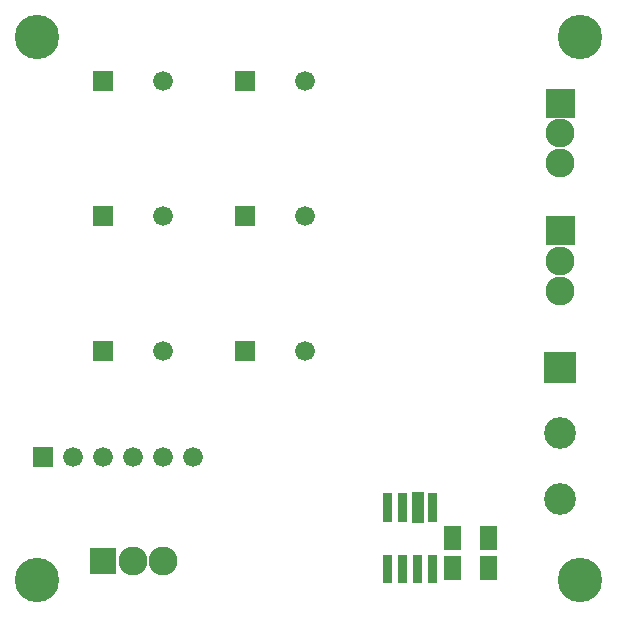
<source format=gbr>
G04 start of page 5 for group -4063 idx -4063 *
G04 Title: Motor regeling, componentmask *
G04 Creator: pcb 20110918 *
G04 CreationDate: Wed 01 Jan 2014 11:15:16 PM GMT UTC *
G04 For: thba *
G04 Format: Gerber/RS-274X *
G04 PCB-Dimensions: 197000 197000 *
G04 PCB-Coordinate-Origin: lower left *
%MOIN*%
%FSLAX25Y25*%
%LNTOPMASK*%
%ADD58R,0.0400X0.0400*%
%ADD57R,0.0300X0.0300*%
%ADD56R,0.0572X0.0572*%
%ADD55C,0.1479*%
%ADD54C,0.0660*%
%ADD53C,0.1060*%
%ADD52C,0.0960*%
%ADD51C,0.0001*%
G54D51*G36*
X177700Y129300D02*Y119700D01*
X187300D01*
Y129300D01*
X177700D01*
G37*
G36*
Y171800D02*Y162200D01*
X187300D01*
Y171800D01*
X177700D01*
G37*
G54D52*X182500Y157000D03*
Y147000D03*
Y114500D03*
Y104500D03*
G54D51*G36*
X177200Y84200D02*Y73600D01*
X187800D01*
Y84200D01*
X177200D01*
G37*
G54D53*X182500Y57000D03*
Y35100D03*
G54D51*G36*
X26700Y177800D02*Y171200D01*
X33300D01*
Y177800D01*
X26700D01*
G37*
G36*
Y132800D02*Y126200D01*
X33300D01*
Y132800D01*
X26700D01*
G37*
G54D54*X50000Y174500D03*
G54D51*G36*
X74200Y132800D02*Y126200D01*
X80800D01*
Y132800D01*
X74200D01*
G37*
G54D54*X50000Y129500D03*
X97500D03*
G54D51*G36*
X74200Y177800D02*Y171200D01*
X80800D01*
Y177800D01*
X74200D01*
G37*
G54D54*X97500Y174500D03*
G54D51*G36*
X74200Y87800D02*Y81200D01*
X80800D01*
Y87800D01*
X74200D01*
G37*
G54D54*X97500Y84500D03*
X50000D03*
G54D51*G36*
X26700Y87800D02*Y81200D01*
X33300D01*
Y87800D01*
X26700D01*
G37*
G36*
X25700Y18800D02*Y10200D01*
X34300D01*
Y18800D01*
X25700D01*
G37*
G54D52*X40000Y14500D03*
X50000D03*
G54D51*G36*
X6700Y52300D02*Y45700D01*
X13300D01*
Y52300D01*
X6700D01*
G37*
G54D54*X20000Y49000D03*
X30000D03*
X40000D03*
X50000D03*
X60000D03*
G54D55*X8000Y8000D03*
Y189000D03*
X189000D03*
Y8000D03*
G54D56*X158405Y13181D02*Y10819D01*
X146595Y13181D02*Y10819D01*
X158405Y23181D02*Y20819D01*
X146595Y23181D02*Y20819D01*
G54D57*X140000Y35500D02*Y29000D01*
G54D58*X135000Y35500D02*Y29000D01*
G54D57*X130000Y35500D02*Y29000D01*
X125000Y35500D02*Y29000D01*
Y15000D02*Y8500D01*
X130000Y15000D02*Y8500D01*
X135000Y15000D02*Y8500D01*
X140000Y15000D02*Y8500D01*
M02*

</source>
